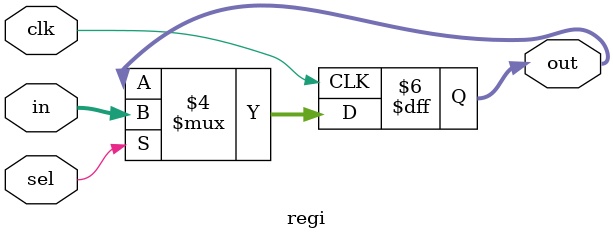
<source format=v>
`timescale 1ns / 1ps
module regi(
    input [7:0] in,
    input clk,
    input sel,
    output reg[7:0] out
    );

always@(negedge clk)
begin
if (sel==1'b1)
	begin
		out<=in;
	end
else 
	begin
		out <= out;
	end
end

//assign out=pout;
endmodule


</source>
